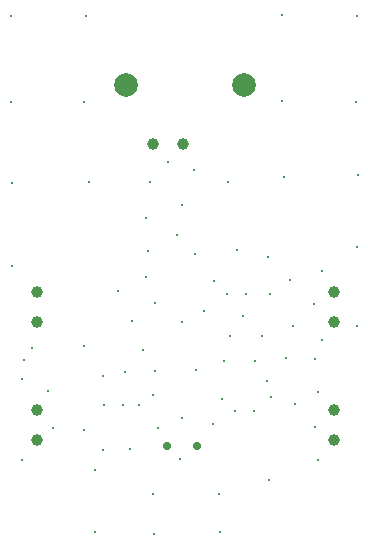
<source format=gbr>
%TF.GenerationSoftware,KiCad,Pcbnew,9.0.1-9.0.1-0~ubuntu24.04.1*%
%TF.CreationDate,2025-05-07T20:50:39+02:00*%
%TF.ProjectId,OOS - optyczny odbiornik sygnalow,4f4f5320-2d20-46f7-9074-79637a6e7920,0.0.3*%
%TF.SameCoordinates,Original*%
%TF.FileFunction,Plated,1,2,PTH,Drill*%
%TF.FilePolarity,Positive*%
%FSLAX46Y46*%
G04 Gerber Fmt 4.6, Leading zero omitted, Abs format (unit mm)*
G04 Created by KiCad (PCBNEW 9.0.1-9.0.1-0~ubuntu24.04.1) date 2025-05-07 20:50:39*
%MOMM*%
%LPD*%
G01*
G04 APERTURE LIST*
%TA.AperFunction,ViaDrill*%
%ADD10C,0.300000*%
%TD*%
%TA.AperFunction,ComponentDrill*%
%ADD11C,0.700000*%
%TD*%
%TA.AperFunction,ComponentDrill*%
%ADD12C,1.000000*%
%TD*%
%TA.AperFunction,ComponentDrill*%
%ADD13C,2.000000*%
%TD*%
G04 APERTURE END LIST*
D10*
X173720000Y-80980000D03*
X173770000Y-73680000D03*
X173820000Y-87830000D03*
X173820000Y-94830000D03*
X174720000Y-104380000D03*
X174720000Y-111280000D03*
X174820000Y-102790000D03*
X175542491Y-101792751D03*
X176920000Y-105380000D03*
X177320000Y-108580000D03*
X179970000Y-80930000D03*
X179970000Y-101580000D03*
X179970000Y-108680000D03*
X180070000Y-73680000D03*
X180370000Y-87730000D03*
X180870000Y-112080000D03*
X180870000Y-117380000D03*
X181520000Y-104180000D03*
X181520000Y-110430000D03*
X181670000Y-106580000D03*
X182820000Y-96980000D03*
X183270000Y-106580000D03*
X183420000Y-103780000D03*
X183870000Y-110330000D03*
X184020000Y-99480000D03*
X184570000Y-106580000D03*
X184920000Y-101980000D03*
X185170000Y-95790000D03*
X185220000Y-90730000D03*
X185320000Y-93580000D03*
X185520000Y-87680000D03*
X185770000Y-114130000D03*
X185820000Y-105780000D03*
X185870000Y-117530000D03*
X185970000Y-97930000D03*
X185970000Y-103730000D03*
X186170000Y-108580000D03*
X187020000Y-86030000D03*
X187820000Y-92230000D03*
X188070000Y-111180000D03*
X188200000Y-89630000D03*
X188220000Y-107730000D03*
X188270000Y-99580000D03*
X189220000Y-86680000D03*
X189370000Y-93780000D03*
X189420000Y-103630000D03*
X190120000Y-98630000D03*
X190820000Y-108230000D03*
X190920000Y-96080000D03*
X191370000Y-114130000D03*
X191420000Y-117380000D03*
X191620000Y-106080000D03*
X191820000Y-102880000D03*
X192070000Y-97180000D03*
X192170000Y-87680000D03*
X192270000Y-100730000D03*
X192720000Y-107080000D03*
X192870000Y-93430000D03*
X193420000Y-99080000D03*
X193670000Y-97180000D03*
X194320000Y-107080000D03*
X194420000Y-102880000D03*
X195020000Y-100780000D03*
X195395000Y-104555000D03*
X195520000Y-94080000D03*
X195620000Y-112980000D03*
X195670000Y-97180000D03*
X195770000Y-105880000D03*
X196720000Y-73580000D03*
X196720000Y-80830000D03*
X196870000Y-87280000D03*
X197070000Y-102580000D03*
X197420000Y-95980000D03*
X197620000Y-99930000D03*
X197770000Y-106480000D03*
X199420000Y-98030000D03*
X199470000Y-102680000D03*
X199520000Y-108480000D03*
X199720000Y-105530000D03*
X199720000Y-111230000D03*
X200120000Y-95280000D03*
X200120000Y-101130000D03*
X202970000Y-80980000D03*
X203020000Y-73630000D03*
X203020000Y-93180000D03*
X203070000Y-99880000D03*
X203120000Y-87080000D03*
D11*
%TO.C,D3*%
X186965276Y-110064724D03*
X189505276Y-110064724D03*
D12*
%TO.C,J3*%
X175920000Y-97005000D03*
X175920000Y-99545000D03*
%TO.C,J1*%
X175920000Y-107040000D03*
X175920000Y-109580000D03*
%TO.C,J5*%
X185800000Y-84460000D03*
X188300000Y-84460000D03*
%TO.C,J2*%
X201120000Y-97005000D03*
X201120000Y-99545000D03*
%TO.C,J4*%
X201120000Y-107040000D03*
X201120000Y-109580000D03*
D13*
%TO.C,J5*%
X183500000Y-79460000D03*
X193500000Y-79460000D03*
M02*

</source>
